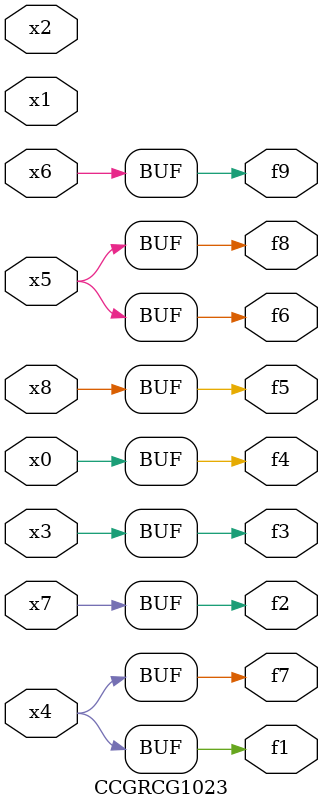
<source format=v>
module CCGRCG1023(
	input x0, x1, x2, x3, x4, x5, x6, x7, x8,
	output f1, f2, f3, f4, f5, f6, f7, f8, f9
);
	assign f1 = x4;
	assign f2 = x7;
	assign f3 = x3;
	assign f4 = x0;
	assign f5 = x8;
	assign f6 = x5;
	assign f7 = x4;
	assign f8 = x5;
	assign f9 = x6;
endmodule

</source>
